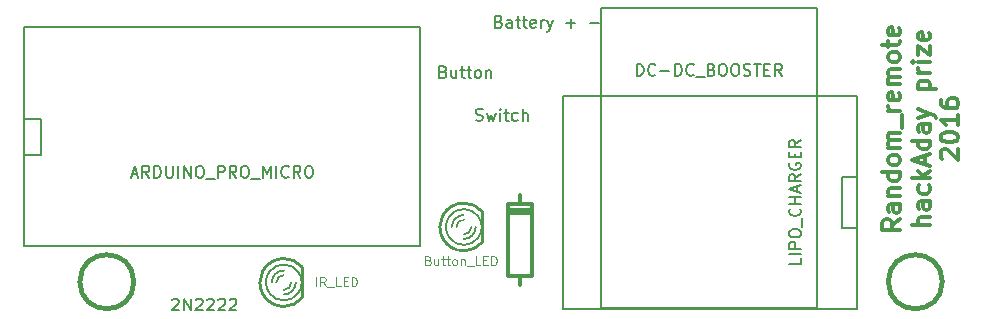
<source format=gto>
G04 (created by PCBNEW (22-Jun-2014 BZR 4027)-stable) date Mon 16 May 2016 20:18:32 BST*
%MOIN*%
G04 Gerber Fmt 3.4, Leading zero omitted, Abs format*
%FSLAX34Y34*%
G01*
G70*
G90*
G04 APERTURE LIST*
%ADD10C,0.00590551*%
%ADD11C,0.011811*%
%ADD12C,0.01*%
%ADD13C,0.006*%
%ADD14C,0.012*%
%ADD15C,0.015*%
%ADD16C,0.0035*%
G04 APERTURE END LIST*
G54D10*
G54D11*
X95039Y-74180D02*
X94448Y-74180D01*
X95039Y-73927D02*
X94729Y-73927D01*
X94673Y-73955D01*
X94645Y-74012D01*
X94645Y-74096D01*
X94673Y-74152D01*
X94701Y-74180D01*
X95039Y-73393D02*
X94729Y-73393D01*
X94673Y-73421D01*
X94645Y-73477D01*
X94645Y-73590D01*
X94673Y-73646D01*
X95010Y-73393D02*
X95039Y-73449D01*
X95039Y-73590D01*
X95010Y-73646D01*
X94954Y-73674D01*
X94898Y-73674D01*
X94842Y-73646D01*
X94814Y-73590D01*
X94814Y-73449D01*
X94785Y-73393D01*
X95010Y-72859D02*
X95039Y-72915D01*
X95039Y-73027D01*
X95010Y-73084D01*
X94982Y-73112D01*
X94926Y-73140D01*
X94757Y-73140D01*
X94701Y-73112D01*
X94673Y-73084D01*
X94645Y-73027D01*
X94645Y-72915D01*
X94673Y-72859D01*
X95039Y-72606D02*
X94448Y-72606D01*
X94814Y-72549D02*
X95039Y-72381D01*
X94645Y-72381D02*
X94870Y-72606D01*
X94870Y-72156D02*
X94870Y-71874D01*
X95039Y-72212D02*
X94448Y-72015D01*
X95039Y-71818D01*
X95039Y-71368D02*
X94448Y-71368D01*
X95010Y-71368D02*
X95039Y-71424D01*
X95039Y-71537D01*
X95010Y-71593D01*
X94982Y-71621D01*
X94926Y-71649D01*
X94757Y-71649D01*
X94701Y-71621D01*
X94673Y-71593D01*
X94645Y-71537D01*
X94645Y-71424D01*
X94673Y-71368D01*
X95039Y-70834D02*
X94729Y-70834D01*
X94673Y-70862D01*
X94645Y-70918D01*
X94645Y-71031D01*
X94673Y-71087D01*
X95010Y-70834D02*
X95039Y-70890D01*
X95039Y-71031D01*
X95010Y-71087D01*
X94954Y-71115D01*
X94898Y-71115D01*
X94842Y-71087D01*
X94814Y-71031D01*
X94814Y-70890D01*
X94785Y-70834D01*
X94645Y-70609D02*
X95039Y-70468D01*
X94645Y-70328D02*
X95039Y-70468D01*
X95179Y-70525D01*
X95207Y-70553D01*
X95235Y-70609D01*
X94645Y-69653D02*
X95235Y-69653D01*
X94673Y-69653D02*
X94645Y-69597D01*
X94645Y-69484D01*
X94673Y-69428D01*
X94701Y-69400D01*
X94757Y-69372D01*
X94926Y-69372D01*
X94982Y-69400D01*
X95010Y-69428D01*
X95039Y-69484D01*
X95039Y-69597D01*
X95010Y-69653D01*
X95039Y-69118D02*
X94645Y-69118D01*
X94757Y-69118D02*
X94701Y-69090D01*
X94673Y-69062D01*
X94645Y-69006D01*
X94645Y-68950D01*
X95039Y-68753D02*
X94645Y-68753D01*
X94448Y-68753D02*
X94476Y-68781D01*
X94504Y-68753D01*
X94476Y-68725D01*
X94448Y-68753D01*
X94504Y-68753D01*
X94645Y-68528D02*
X94645Y-68219D01*
X95039Y-68528D01*
X95039Y-68219D01*
X95010Y-67769D02*
X95039Y-67825D01*
X95039Y-67937D01*
X95010Y-67994D01*
X94954Y-68022D01*
X94729Y-68022D01*
X94673Y-67994D01*
X94645Y-67937D01*
X94645Y-67825D01*
X94673Y-67769D01*
X94729Y-67741D01*
X94785Y-67741D01*
X94842Y-68022D01*
X95449Y-71987D02*
X95421Y-71959D01*
X95393Y-71903D01*
X95393Y-71762D01*
X95421Y-71706D01*
X95449Y-71678D01*
X95505Y-71649D01*
X95562Y-71649D01*
X95646Y-71678D01*
X95983Y-72015D01*
X95983Y-71649D01*
X95393Y-71284D02*
X95393Y-71228D01*
X95421Y-71171D01*
X95449Y-71143D01*
X95505Y-71115D01*
X95618Y-71087D01*
X95758Y-71087D01*
X95871Y-71115D01*
X95927Y-71143D01*
X95955Y-71171D01*
X95983Y-71228D01*
X95983Y-71284D01*
X95955Y-71340D01*
X95927Y-71368D01*
X95871Y-71396D01*
X95758Y-71424D01*
X95618Y-71424D01*
X95505Y-71396D01*
X95449Y-71368D01*
X95421Y-71340D01*
X95393Y-71284D01*
X95983Y-70525D02*
X95983Y-70862D01*
X95983Y-70693D02*
X95393Y-70693D01*
X95477Y-70750D01*
X95533Y-70806D01*
X95562Y-70862D01*
X95393Y-70018D02*
X95393Y-70131D01*
X95421Y-70187D01*
X95449Y-70215D01*
X95533Y-70271D01*
X95646Y-70300D01*
X95871Y-70300D01*
X95927Y-70271D01*
X95955Y-70243D01*
X95983Y-70187D01*
X95983Y-70075D01*
X95955Y-70018D01*
X95927Y-69990D01*
X95871Y-69962D01*
X95730Y-69962D01*
X95674Y-69990D01*
X95646Y-70018D01*
X95618Y-70075D01*
X95618Y-70187D01*
X95646Y-70243D01*
X95674Y-70271D01*
X95730Y-70300D01*
X94039Y-73998D02*
X93757Y-74194D01*
X94039Y-74335D02*
X93448Y-74335D01*
X93448Y-74110D01*
X93476Y-74054D01*
X93504Y-74026D01*
X93560Y-73998D01*
X93645Y-73998D01*
X93701Y-74026D01*
X93729Y-74054D01*
X93757Y-74110D01*
X93757Y-74335D01*
X94039Y-73491D02*
X93729Y-73491D01*
X93673Y-73519D01*
X93645Y-73576D01*
X93645Y-73688D01*
X93673Y-73744D01*
X94010Y-73491D02*
X94039Y-73548D01*
X94039Y-73688D01*
X94010Y-73744D01*
X93954Y-73773D01*
X93898Y-73773D01*
X93842Y-73744D01*
X93814Y-73688D01*
X93814Y-73548D01*
X93785Y-73491D01*
X93645Y-73210D02*
X94039Y-73210D01*
X93701Y-73210D02*
X93673Y-73182D01*
X93645Y-73126D01*
X93645Y-73041D01*
X93673Y-72985D01*
X93729Y-72957D01*
X94039Y-72957D01*
X94039Y-72423D02*
X93448Y-72423D01*
X94010Y-72423D02*
X94039Y-72479D01*
X94039Y-72591D01*
X94010Y-72648D01*
X93982Y-72676D01*
X93926Y-72704D01*
X93757Y-72704D01*
X93701Y-72676D01*
X93673Y-72648D01*
X93645Y-72591D01*
X93645Y-72479D01*
X93673Y-72423D01*
X94039Y-72057D02*
X94010Y-72113D01*
X93982Y-72142D01*
X93926Y-72170D01*
X93757Y-72170D01*
X93701Y-72142D01*
X93673Y-72113D01*
X93645Y-72057D01*
X93645Y-71973D01*
X93673Y-71917D01*
X93701Y-71888D01*
X93757Y-71860D01*
X93926Y-71860D01*
X93982Y-71888D01*
X94010Y-71917D01*
X94039Y-71973D01*
X94039Y-72057D01*
X94039Y-71607D02*
X93645Y-71607D01*
X93701Y-71607D02*
X93673Y-71579D01*
X93645Y-71523D01*
X93645Y-71439D01*
X93673Y-71382D01*
X93729Y-71354D01*
X94039Y-71354D01*
X93729Y-71354D02*
X93673Y-71326D01*
X93645Y-71270D01*
X93645Y-71185D01*
X93673Y-71129D01*
X93729Y-71101D01*
X94039Y-71101D01*
X94095Y-70960D02*
X94095Y-70510D01*
X94039Y-70370D02*
X93645Y-70370D01*
X93757Y-70370D02*
X93701Y-70342D01*
X93673Y-70314D01*
X93645Y-70257D01*
X93645Y-70201D01*
X94010Y-69779D02*
X94039Y-69836D01*
X94039Y-69948D01*
X94010Y-70004D01*
X93954Y-70032D01*
X93729Y-70032D01*
X93673Y-70004D01*
X93645Y-69948D01*
X93645Y-69836D01*
X93673Y-69779D01*
X93729Y-69751D01*
X93785Y-69751D01*
X93842Y-70032D01*
X94039Y-69498D02*
X93645Y-69498D01*
X93701Y-69498D02*
X93673Y-69470D01*
X93645Y-69414D01*
X93645Y-69329D01*
X93673Y-69273D01*
X93729Y-69245D01*
X94039Y-69245D01*
X93729Y-69245D02*
X93673Y-69217D01*
X93645Y-69161D01*
X93645Y-69076D01*
X93673Y-69020D01*
X93729Y-68992D01*
X94039Y-68992D01*
X94039Y-68626D02*
X94010Y-68683D01*
X93982Y-68711D01*
X93926Y-68739D01*
X93757Y-68739D01*
X93701Y-68711D01*
X93673Y-68683D01*
X93645Y-68626D01*
X93645Y-68542D01*
X93673Y-68486D01*
X93701Y-68458D01*
X93757Y-68430D01*
X93926Y-68430D01*
X93982Y-68458D01*
X94010Y-68486D01*
X94039Y-68542D01*
X94039Y-68626D01*
X93645Y-68261D02*
X93645Y-68036D01*
X93448Y-68176D02*
X93954Y-68176D01*
X94010Y-68148D01*
X94039Y-68092D01*
X94039Y-68036D01*
X94010Y-67614D02*
X94039Y-67670D01*
X94039Y-67783D01*
X94010Y-67839D01*
X93954Y-67867D01*
X93729Y-67867D01*
X93673Y-67839D01*
X93645Y-67783D01*
X93645Y-67670D01*
X93673Y-67614D01*
X93729Y-67586D01*
X93785Y-67586D01*
X93842Y-67867D01*
G54D12*
X80120Y-74750D02*
X80120Y-73750D01*
G54D13*
X79039Y-73865D02*
G75*
G03X78900Y-74250I460J-384D01*
G74*
G01*
X78900Y-74250D02*
G75*
G03X79051Y-74647I599J0D01*
G74*
G01*
X80099Y-74250D02*
G75*
G03X79955Y-73860I-599J0D01*
G74*
G01*
X79960Y-74634D02*
G75*
G03X80100Y-74250I-460J384D01*
G74*
G01*
X79987Y-73900D02*
G75*
G03X79500Y-73650I-487J-349D01*
G74*
G01*
X79500Y-73650D02*
G75*
G03X79020Y-73889I0J-600D01*
G74*
G01*
X79500Y-74849D02*
G75*
G03X79972Y-74618I0J599D01*
G74*
G01*
X79026Y-74618D02*
G75*
G03X79500Y-74850I473J368D01*
G74*
G01*
X79500Y-74000D02*
G75*
G03X79250Y-74250I0J-250D01*
G74*
G01*
X79500Y-73850D02*
G75*
G03X79100Y-74250I0J-400D01*
G74*
G01*
X79500Y-74500D02*
G75*
G03X79750Y-74250I0J250D01*
G74*
G01*
X79500Y-74650D02*
G75*
G03X79900Y-74250I0J400D01*
G74*
G01*
G54D12*
X80113Y-73736D02*
G75*
G03X79500Y-73450I-613J-513D01*
G74*
G01*
X79500Y-73451D02*
G75*
G03X78795Y-73873I0J-799D01*
G74*
G01*
X79501Y-75048D02*
G75*
G03X80110Y-74765I-1J798D01*
G74*
G01*
X78805Y-74647D02*
G75*
G03X79500Y-75050I694J397D01*
G74*
G01*
X78795Y-73870D02*
G75*
G03X78700Y-74250I704J-379D01*
G74*
G01*
X78700Y-74250D02*
G75*
G03X78818Y-74668I799J0D01*
G74*
G01*
X74120Y-76600D02*
X74120Y-75600D01*
G54D13*
X73039Y-75715D02*
G75*
G03X72900Y-76100I460J-384D01*
G74*
G01*
X72900Y-76100D02*
G75*
G03X73051Y-76497I599J0D01*
G74*
G01*
X74099Y-76100D02*
G75*
G03X73955Y-75710I-599J0D01*
G74*
G01*
X73960Y-76484D02*
G75*
G03X74100Y-76100I-460J384D01*
G74*
G01*
X73987Y-75750D02*
G75*
G03X73500Y-75500I-487J-349D01*
G74*
G01*
X73500Y-75500D02*
G75*
G03X73020Y-75739I0J-600D01*
G74*
G01*
X73500Y-76699D02*
G75*
G03X73972Y-76468I0J599D01*
G74*
G01*
X73026Y-76468D02*
G75*
G03X73500Y-76700I473J368D01*
G74*
G01*
X73500Y-75850D02*
G75*
G03X73250Y-76100I0J-250D01*
G74*
G01*
X73500Y-75700D02*
G75*
G03X73100Y-76100I0J-400D01*
G74*
G01*
X73500Y-76350D02*
G75*
G03X73750Y-76100I0J250D01*
G74*
G01*
X73500Y-76500D02*
G75*
G03X73900Y-76100I0J400D01*
G74*
G01*
G54D12*
X74113Y-75586D02*
G75*
G03X73500Y-75300I-613J-513D01*
G74*
G01*
X73500Y-75301D02*
G75*
G03X72795Y-75723I0J-799D01*
G74*
G01*
X73501Y-76898D02*
G75*
G03X74110Y-76615I-1J798D01*
G74*
G01*
X72805Y-76497D02*
G75*
G03X73500Y-76900I694J397D01*
G74*
G01*
X72795Y-75720D02*
G75*
G03X72700Y-76100I704J-379D01*
G74*
G01*
X72700Y-76100D02*
G75*
G03X72818Y-76518I799J0D01*
G74*
G01*
G54D10*
X84075Y-66950D02*
X91275Y-66950D01*
X91275Y-66950D02*
X91275Y-76950D01*
X91275Y-76950D02*
X84075Y-76950D01*
X84075Y-76950D02*
X84075Y-66950D01*
X64850Y-71850D02*
X65400Y-71850D01*
X65400Y-71850D02*
X65400Y-70650D01*
X65400Y-70650D02*
X64850Y-70650D01*
X64850Y-67650D02*
X64850Y-67600D01*
X64850Y-67600D02*
X78050Y-67600D01*
X78050Y-67600D02*
X78050Y-74900D01*
X78050Y-74900D02*
X64850Y-74900D01*
X64850Y-74900D02*
X64850Y-67650D01*
G54D14*
X81375Y-73200D02*
X81375Y-73500D01*
X81375Y-73500D02*
X80975Y-73500D01*
X80975Y-73500D02*
X80975Y-75900D01*
X80975Y-75900D02*
X81375Y-75900D01*
X81375Y-75900D02*
X81375Y-76200D01*
X81375Y-75900D02*
X81775Y-75900D01*
X81775Y-75900D02*
X81775Y-73500D01*
X81775Y-73500D02*
X81375Y-73500D01*
X80975Y-73700D02*
X81775Y-73700D01*
X81775Y-73800D02*
X80975Y-73800D01*
G54D10*
X92600Y-72575D02*
X92100Y-72575D01*
X92100Y-72575D02*
X92100Y-74275D01*
X92100Y-74275D02*
X92600Y-74275D01*
X92600Y-69875D02*
X92600Y-76975D01*
X92600Y-76975D02*
X82800Y-76975D01*
X82800Y-76975D02*
X82800Y-69875D01*
X82800Y-69875D02*
X92600Y-69875D01*
G54D15*
X68500Y-76075D02*
G75*
G03X68500Y-76075I-900J0D01*
G74*
G01*
X95450Y-76075D02*
G75*
G03X95450Y-76075I-900J0D01*
G74*
G01*
G54D16*
X78321Y-75364D02*
X78364Y-75378D01*
X78378Y-75392D01*
X78392Y-75421D01*
X78392Y-75464D01*
X78378Y-75492D01*
X78364Y-75507D01*
X78335Y-75521D01*
X78221Y-75521D01*
X78221Y-75221D01*
X78321Y-75221D01*
X78349Y-75235D01*
X78364Y-75250D01*
X78378Y-75278D01*
X78378Y-75307D01*
X78364Y-75335D01*
X78349Y-75350D01*
X78321Y-75364D01*
X78221Y-75364D01*
X78649Y-75321D02*
X78649Y-75521D01*
X78521Y-75321D02*
X78521Y-75478D01*
X78535Y-75507D01*
X78564Y-75521D01*
X78607Y-75521D01*
X78635Y-75507D01*
X78649Y-75492D01*
X78749Y-75321D02*
X78864Y-75321D01*
X78792Y-75221D02*
X78792Y-75478D01*
X78807Y-75507D01*
X78835Y-75521D01*
X78864Y-75521D01*
X78921Y-75321D02*
X79035Y-75321D01*
X78964Y-75221D02*
X78964Y-75478D01*
X78978Y-75507D01*
X79007Y-75521D01*
X79035Y-75521D01*
X79178Y-75521D02*
X79150Y-75507D01*
X79135Y-75492D01*
X79121Y-75464D01*
X79121Y-75378D01*
X79135Y-75350D01*
X79150Y-75335D01*
X79178Y-75321D01*
X79221Y-75321D01*
X79250Y-75335D01*
X79264Y-75350D01*
X79278Y-75378D01*
X79278Y-75464D01*
X79264Y-75492D01*
X79250Y-75507D01*
X79221Y-75521D01*
X79178Y-75521D01*
X79407Y-75321D02*
X79407Y-75521D01*
X79407Y-75350D02*
X79421Y-75335D01*
X79450Y-75321D01*
X79492Y-75321D01*
X79521Y-75335D01*
X79535Y-75364D01*
X79535Y-75521D01*
X79607Y-75550D02*
X79835Y-75550D01*
X80050Y-75521D02*
X79907Y-75521D01*
X79907Y-75221D01*
X80150Y-75364D02*
X80250Y-75364D01*
X80292Y-75521D02*
X80150Y-75521D01*
X80150Y-75221D01*
X80292Y-75221D01*
X80421Y-75521D02*
X80421Y-75221D01*
X80492Y-75221D01*
X80535Y-75235D01*
X80564Y-75264D01*
X80578Y-75292D01*
X80592Y-75350D01*
X80592Y-75392D01*
X80578Y-75450D01*
X80564Y-75478D01*
X80535Y-75507D01*
X80492Y-75521D01*
X80421Y-75521D01*
X74578Y-76221D02*
X74578Y-75921D01*
X74892Y-76221D02*
X74792Y-76078D01*
X74721Y-76221D02*
X74721Y-75921D01*
X74835Y-75921D01*
X74864Y-75935D01*
X74878Y-75950D01*
X74892Y-75978D01*
X74892Y-76021D01*
X74878Y-76050D01*
X74864Y-76064D01*
X74835Y-76078D01*
X74721Y-76078D01*
X74950Y-76250D02*
X75178Y-76250D01*
X75392Y-76221D02*
X75250Y-76221D01*
X75250Y-75921D01*
X75492Y-76064D02*
X75592Y-76064D01*
X75635Y-76221D02*
X75492Y-76221D01*
X75492Y-75921D01*
X75635Y-75921D01*
X75764Y-76221D02*
X75764Y-75921D01*
X75835Y-75921D01*
X75878Y-75935D01*
X75907Y-75964D01*
X75921Y-75992D01*
X75935Y-76050D01*
X75935Y-76092D01*
X75921Y-76150D01*
X75907Y-76178D01*
X75878Y-76207D01*
X75835Y-76221D01*
X75764Y-76221D01*
G54D10*
X85265Y-69209D02*
X85265Y-68815D01*
X85359Y-68815D01*
X85415Y-68834D01*
X85453Y-68871D01*
X85472Y-68909D01*
X85490Y-68984D01*
X85490Y-69040D01*
X85472Y-69115D01*
X85453Y-69153D01*
X85415Y-69190D01*
X85359Y-69209D01*
X85265Y-69209D01*
X85884Y-69171D02*
X85865Y-69190D01*
X85809Y-69209D01*
X85772Y-69209D01*
X85715Y-69190D01*
X85678Y-69153D01*
X85659Y-69115D01*
X85640Y-69040D01*
X85640Y-68984D01*
X85659Y-68909D01*
X85678Y-68871D01*
X85715Y-68834D01*
X85772Y-68815D01*
X85809Y-68815D01*
X85865Y-68834D01*
X85884Y-68853D01*
X86053Y-69059D02*
X86353Y-69059D01*
X86540Y-69209D02*
X86540Y-68815D01*
X86634Y-68815D01*
X86690Y-68834D01*
X86728Y-68871D01*
X86746Y-68909D01*
X86765Y-68984D01*
X86765Y-69040D01*
X86746Y-69115D01*
X86728Y-69153D01*
X86690Y-69190D01*
X86634Y-69209D01*
X86540Y-69209D01*
X87159Y-69171D02*
X87140Y-69190D01*
X87084Y-69209D01*
X87046Y-69209D01*
X86990Y-69190D01*
X86953Y-69153D01*
X86934Y-69115D01*
X86915Y-69040D01*
X86915Y-68984D01*
X86934Y-68909D01*
X86953Y-68871D01*
X86990Y-68834D01*
X87046Y-68815D01*
X87084Y-68815D01*
X87140Y-68834D01*
X87159Y-68853D01*
X87234Y-69246D02*
X87534Y-69246D01*
X87759Y-69003D02*
X87815Y-69021D01*
X87834Y-69040D01*
X87853Y-69078D01*
X87853Y-69134D01*
X87834Y-69171D01*
X87815Y-69190D01*
X87778Y-69209D01*
X87628Y-69209D01*
X87628Y-68815D01*
X87759Y-68815D01*
X87796Y-68834D01*
X87815Y-68853D01*
X87834Y-68890D01*
X87834Y-68928D01*
X87815Y-68965D01*
X87796Y-68984D01*
X87759Y-69003D01*
X87628Y-69003D01*
X88096Y-68815D02*
X88171Y-68815D01*
X88209Y-68834D01*
X88246Y-68871D01*
X88265Y-68946D01*
X88265Y-69078D01*
X88246Y-69153D01*
X88209Y-69190D01*
X88171Y-69209D01*
X88096Y-69209D01*
X88059Y-69190D01*
X88021Y-69153D01*
X88003Y-69078D01*
X88003Y-68946D01*
X88021Y-68871D01*
X88059Y-68834D01*
X88096Y-68815D01*
X88509Y-68815D02*
X88584Y-68815D01*
X88621Y-68834D01*
X88659Y-68871D01*
X88677Y-68946D01*
X88677Y-69078D01*
X88659Y-69153D01*
X88621Y-69190D01*
X88584Y-69209D01*
X88509Y-69209D01*
X88471Y-69190D01*
X88434Y-69153D01*
X88415Y-69078D01*
X88415Y-68946D01*
X88434Y-68871D01*
X88471Y-68834D01*
X88509Y-68815D01*
X88827Y-69190D02*
X88884Y-69209D01*
X88977Y-69209D01*
X89015Y-69190D01*
X89034Y-69171D01*
X89052Y-69134D01*
X89052Y-69096D01*
X89034Y-69059D01*
X89015Y-69040D01*
X88977Y-69021D01*
X88902Y-69003D01*
X88865Y-68984D01*
X88846Y-68965D01*
X88827Y-68928D01*
X88827Y-68890D01*
X88846Y-68853D01*
X88865Y-68834D01*
X88902Y-68815D01*
X88996Y-68815D01*
X89052Y-68834D01*
X89165Y-68815D02*
X89390Y-68815D01*
X89277Y-69209D02*
X89277Y-68815D01*
X89521Y-69003D02*
X89652Y-69003D01*
X89709Y-69209D02*
X89521Y-69209D01*
X89521Y-68815D01*
X89709Y-68815D01*
X90102Y-69209D02*
X89971Y-69021D01*
X89877Y-69209D02*
X89877Y-68815D01*
X90027Y-68815D01*
X90065Y-68834D01*
X90084Y-68853D01*
X90102Y-68890D01*
X90102Y-68946D01*
X90084Y-68984D01*
X90065Y-69003D01*
X90027Y-69021D01*
X89877Y-69021D01*
X68431Y-72496D02*
X68619Y-72496D01*
X68394Y-72609D02*
X68525Y-72215D01*
X68656Y-72609D01*
X69012Y-72609D02*
X68881Y-72421D01*
X68787Y-72609D02*
X68787Y-72215D01*
X68937Y-72215D01*
X68975Y-72234D01*
X68994Y-72253D01*
X69012Y-72290D01*
X69012Y-72346D01*
X68994Y-72384D01*
X68975Y-72403D01*
X68937Y-72421D01*
X68787Y-72421D01*
X69181Y-72609D02*
X69181Y-72215D01*
X69275Y-72215D01*
X69331Y-72234D01*
X69369Y-72271D01*
X69387Y-72309D01*
X69406Y-72384D01*
X69406Y-72440D01*
X69387Y-72515D01*
X69369Y-72553D01*
X69331Y-72590D01*
X69275Y-72609D01*
X69181Y-72609D01*
X69575Y-72215D02*
X69575Y-72534D01*
X69593Y-72571D01*
X69612Y-72590D01*
X69650Y-72609D01*
X69725Y-72609D01*
X69762Y-72590D01*
X69781Y-72571D01*
X69800Y-72534D01*
X69800Y-72215D01*
X69987Y-72609D02*
X69987Y-72215D01*
X70175Y-72609D02*
X70175Y-72215D01*
X70400Y-72609D01*
X70400Y-72215D01*
X70662Y-72215D02*
X70737Y-72215D01*
X70775Y-72234D01*
X70812Y-72271D01*
X70831Y-72346D01*
X70831Y-72478D01*
X70812Y-72553D01*
X70775Y-72590D01*
X70737Y-72609D01*
X70662Y-72609D01*
X70625Y-72590D01*
X70587Y-72553D01*
X70568Y-72478D01*
X70568Y-72346D01*
X70587Y-72271D01*
X70625Y-72234D01*
X70662Y-72215D01*
X70906Y-72646D02*
X71206Y-72646D01*
X71300Y-72609D02*
X71300Y-72215D01*
X71450Y-72215D01*
X71487Y-72234D01*
X71506Y-72253D01*
X71524Y-72290D01*
X71524Y-72346D01*
X71506Y-72384D01*
X71487Y-72403D01*
X71450Y-72421D01*
X71300Y-72421D01*
X71918Y-72609D02*
X71787Y-72421D01*
X71693Y-72609D02*
X71693Y-72215D01*
X71843Y-72215D01*
X71881Y-72234D01*
X71899Y-72253D01*
X71918Y-72290D01*
X71918Y-72346D01*
X71899Y-72384D01*
X71881Y-72403D01*
X71843Y-72421D01*
X71693Y-72421D01*
X72162Y-72215D02*
X72237Y-72215D01*
X72274Y-72234D01*
X72312Y-72271D01*
X72331Y-72346D01*
X72331Y-72478D01*
X72312Y-72553D01*
X72274Y-72590D01*
X72237Y-72609D01*
X72162Y-72609D01*
X72124Y-72590D01*
X72087Y-72553D01*
X72068Y-72478D01*
X72068Y-72346D01*
X72087Y-72271D01*
X72124Y-72234D01*
X72162Y-72215D01*
X72406Y-72646D02*
X72706Y-72646D01*
X72799Y-72609D02*
X72799Y-72215D01*
X72931Y-72496D01*
X73062Y-72215D01*
X73062Y-72609D01*
X73249Y-72609D02*
X73249Y-72215D01*
X73662Y-72571D02*
X73643Y-72590D01*
X73587Y-72609D01*
X73549Y-72609D01*
X73493Y-72590D01*
X73455Y-72553D01*
X73437Y-72515D01*
X73418Y-72440D01*
X73418Y-72384D01*
X73437Y-72309D01*
X73455Y-72271D01*
X73493Y-72234D01*
X73549Y-72215D01*
X73587Y-72215D01*
X73643Y-72234D01*
X73662Y-72253D01*
X74055Y-72609D02*
X73924Y-72421D01*
X73830Y-72609D02*
X73830Y-72215D01*
X73980Y-72215D01*
X74018Y-72234D01*
X74037Y-72253D01*
X74055Y-72290D01*
X74055Y-72346D01*
X74037Y-72384D01*
X74018Y-72403D01*
X73980Y-72421D01*
X73830Y-72421D01*
X74299Y-72215D02*
X74374Y-72215D01*
X74412Y-72234D01*
X74449Y-72271D01*
X74468Y-72346D01*
X74468Y-72478D01*
X74449Y-72553D01*
X74412Y-72590D01*
X74374Y-72609D01*
X74299Y-72609D01*
X74262Y-72590D01*
X74224Y-72553D01*
X74205Y-72478D01*
X74205Y-72346D01*
X74224Y-72271D01*
X74262Y-72234D01*
X74299Y-72215D01*
X78818Y-69078D02*
X78875Y-69096D01*
X78893Y-69115D01*
X78912Y-69153D01*
X78912Y-69209D01*
X78893Y-69246D01*
X78875Y-69265D01*
X78837Y-69284D01*
X78687Y-69284D01*
X78687Y-68890D01*
X78818Y-68890D01*
X78856Y-68909D01*
X78875Y-68928D01*
X78893Y-68965D01*
X78893Y-69003D01*
X78875Y-69040D01*
X78856Y-69059D01*
X78818Y-69078D01*
X78687Y-69078D01*
X79250Y-69021D02*
X79250Y-69284D01*
X79081Y-69021D02*
X79081Y-69228D01*
X79100Y-69265D01*
X79137Y-69284D01*
X79193Y-69284D01*
X79231Y-69265D01*
X79250Y-69246D01*
X79381Y-69021D02*
X79531Y-69021D01*
X79437Y-68890D02*
X79437Y-69228D01*
X79456Y-69265D01*
X79493Y-69284D01*
X79531Y-69284D01*
X79606Y-69021D02*
X79756Y-69021D01*
X79662Y-68890D02*
X79662Y-69228D01*
X79681Y-69265D01*
X79718Y-69284D01*
X79756Y-69284D01*
X79943Y-69284D02*
X79906Y-69265D01*
X79887Y-69246D01*
X79868Y-69209D01*
X79868Y-69096D01*
X79887Y-69059D01*
X79906Y-69040D01*
X79943Y-69021D01*
X79999Y-69021D01*
X80037Y-69040D01*
X80056Y-69059D01*
X80074Y-69096D01*
X80074Y-69209D01*
X80056Y-69246D01*
X80037Y-69265D01*
X79999Y-69284D01*
X79943Y-69284D01*
X80243Y-69021D02*
X80243Y-69284D01*
X80243Y-69059D02*
X80262Y-69040D01*
X80299Y-69021D01*
X80356Y-69021D01*
X80393Y-69040D01*
X80412Y-69078D01*
X80412Y-69284D01*
X69781Y-76678D02*
X69800Y-76659D01*
X69837Y-76640D01*
X69931Y-76640D01*
X69968Y-76659D01*
X69987Y-76678D01*
X70006Y-76715D01*
X70006Y-76753D01*
X69987Y-76809D01*
X69762Y-77034D01*
X70006Y-77034D01*
X70175Y-77034D02*
X70175Y-76640D01*
X70400Y-77034D01*
X70400Y-76640D01*
X70568Y-76678D02*
X70587Y-76659D01*
X70625Y-76640D01*
X70718Y-76640D01*
X70756Y-76659D01*
X70775Y-76678D01*
X70793Y-76715D01*
X70793Y-76753D01*
X70775Y-76809D01*
X70550Y-77034D01*
X70793Y-77034D01*
X70943Y-76678D02*
X70962Y-76659D01*
X70999Y-76640D01*
X71093Y-76640D01*
X71131Y-76659D01*
X71149Y-76678D01*
X71168Y-76715D01*
X71168Y-76753D01*
X71149Y-76809D01*
X70924Y-77034D01*
X71168Y-77034D01*
X71318Y-76678D02*
X71337Y-76659D01*
X71374Y-76640D01*
X71468Y-76640D01*
X71506Y-76659D01*
X71524Y-76678D01*
X71543Y-76715D01*
X71543Y-76753D01*
X71524Y-76809D01*
X71299Y-77034D01*
X71543Y-77034D01*
X71693Y-76678D02*
X71712Y-76659D01*
X71749Y-76640D01*
X71843Y-76640D01*
X71881Y-76659D01*
X71899Y-76678D01*
X71918Y-76715D01*
X71918Y-76753D01*
X71899Y-76809D01*
X71674Y-77034D01*
X71918Y-77034D01*
X90734Y-75290D02*
X90734Y-75477D01*
X90340Y-75477D01*
X90734Y-75159D02*
X90340Y-75159D01*
X90734Y-74971D02*
X90340Y-74971D01*
X90340Y-74821D01*
X90359Y-74784D01*
X90378Y-74765D01*
X90415Y-74746D01*
X90471Y-74746D01*
X90509Y-74765D01*
X90528Y-74784D01*
X90546Y-74821D01*
X90546Y-74971D01*
X90340Y-74502D02*
X90340Y-74427D01*
X90359Y-74390D01*
X90396Y-74353D01*
X90471Y-74334D01*
X90603Y-74334D01*
X90678Y-74353D01*
X90715Y-74390D01*
X90734Y-74427D01*
X90734Y-74502D01*
X90715Y-74540D01*
X90678Y-74577D01*
X90603Y-74596D01*
X90471Y-74596D01*
X90396Y-74577D01*
X90359Y-74540D01*
X90340Y-74502D01*
X90771Y-74259D02*
X90771Y-73959D01*
X90696Y-73640D02*
X90715Y-73659D01*
X90734Y-73715D01*
X90734Y-73753D01*
X90715Y-73809D01*
X90678Y-73846D01*
X90640Y-73865D01*
X90565Y-73884D01*
X90509Y-73884D01*
X90434Y-73865D01*
X90396Y-73846D01*
X90359Y-73809D01*
X90340Y-73753D01*
X90340Y-73715D01*
X90359Y-73659D01*
X90378Y-73640D01*
X90734Y-73471D02*
X90340Y-73471D01*
X90528Y-73471D02*
X90528Y-73246D01*
X90734Y-73246D02*
X90340Y-73246D01*
X90621Y-73078D02*
X90621Y-72890D01*
X90734Y-73115D02*
X90340Y-72984D01*
X90734Y-72853D01*
X90734Y-72496D02*
X90546Y-72628D01*
X90734Y-72721D02*
X90340Y-72721D01*
X90340Y-72571D01*
X90359Y-72534D01*
X90378Y-72515D01*
X90415Y-72496D01*
X90471Y-72496D01*
X90509Y-72515D01*
X90528Y-72534D01*
X90546Y-72571D01*
X90546Y-72721D01*
X90359Y-72122D02*
X90340Y-72159D01*
X90340Y-72215D01*
X90359Y-72272D01*
X90396Y-72309D01*
X90434Y-72328D01*
X90509Y-72347D01*
X90565Y-72347D01*
X90640Y-72328D01*
X90678Y-72309D01*
X90715Y-72272D01*
X90734Y-72215D01*
X90734Y-72178D01*
X90715Y-72122D01*
X90696Y-72103D01*
X90565Y-72103D01*
X90565Y-72178D01*
X90528Y-71934D02*
X90528Y-71803D01*
X90734Y-71747D02*
X90734Y-71934D01*
X90340Y-71934D01*
X90340Y-71747D01*
X90734Y-71353D02*
X90546Y-71484D01*
X90734Y-71578D02*
X90340Y-71578D01*
X90340Y-71428D01*
X90359Y-71390D01*
X90378Y-71372D01*
X90415Y-71353D01*
X90471Y-71353D01*
X90509Y-71372D01*
X90528Y-71390D01*
X90546Y-71428D01*
X90546Y-71578D01*
X80672Y-67403D02*
X80728Y-67421D01*
X80747Y-67440D01*
X80765Y-67478D01*
X80765Y-67534D01*
X80747Y-67571D01*
X80728Y-67590D01*
X80690Y-67609D01*
X80540Y-67609D01*
X80540Y-67215D01*
X80672Y-67215D01*
X80709Y-67234D01*
X80728Y-67253D01*
X80747Y-67290D01*
X80747Y-67328D01*
X80728Y-67365D01*
X80709Y-67384D01*
X80672Y-67403D01*
X80540Y-67403D01*
X81103Y-67609D02*
X81103Y-67403D01*
X81084Y-67365D01*
X81047Y-67346D01*
X80972Y-67346D01*
X80934Y-67365D01*
X81103Y-67590D02*
X81065Y-67609D01*
X80972Y-67609D01*
X80934Y-67590D01*
X80915Y-67553D01*
X80915Y-67515D01*
X80934Y-67478D01*
X80972Y-67459D01*
X81065Y-67459D01*
X81103Y-67440D01*
X81234Y-67346D02*
X81384Y-67346D01*
X81290Y-67215D02*
X81290Y-67553D01*
X81309Y-67590D01*
X81346Y-67609D01*
X81384Y-67609D01*
X81459Y-67346D02*
X81609Y-67346D01*
X81515Y-67215D02*
X81515Y-67553D01*
X81534Y-67590D01*
X81571Y-67609D01*
X81609Y-67609D01*
X81890Y-67590D02*
X81853Y-67609D01*
X81778Y-67609D01*
X81740Y-67590D01*
X81721Y-67553D01*
X81721Y-67403D01*
X81740Y-67365D01*
X81778Y-67346D01*
X81853Y-67346D01*
X81890Y-67365D01*
X81909Y-67403D01*
X81909Y-67440D01*
X81721Y-67478D01*
X82078Y-67609D02*
X82078Y-67346D01*
X82078Y-67421D02*
X82096Y-67384D01*
X82115Y-67365D01*
X82153Y-67346D01*
X82190Y-67346D01*
X82284Y-67346D02*
X82378Y-67609D01*
X82471Y-67346D02*
X82378Y-67609D01*
X82340Y-67703D01*
X82321Y-67721D01*
X82284Y-67740D01*
X82921Y-67459D02*
X83221Y-67459D01*
X83071Y-67609D02*
X83071Y-67309D01*
X83709Y-67459D02*
X84009Y-67459D01*
X79903Y-70690D02*
X79959Y-70709D01*
X80053Y-70709D01*
X80090Y-70690D01*
X80109Y-70671D01*
X80128Y-70634D01*
X80128Y-70596D01*
X80109Y-70559D01*
X80090Y-70540D01*
X80053Y-70521D01*
X79978Y-70503D01*
X79940Y-70484D01*
X79921Y-70465D01*
X79903Y-70428D01*
X79903Y-70390D01*
X79921Y-70353D01*
X79940Y-70334D01*
X79978Y-70315D01*
X80071Y-70315D01*
X80128Y-70334D01*
X80259Y-70446D02*
X80334Y-70709D01*
X80409Y-70521D01*
X80484Y-70709D01*
X80559Y-70446D01*
X80709Y-70709D02*
X80709Y-70446D01*
X80709Y-70315D02*
X80690Y-70334D01*
X80709Y-70353D01*
X80728Y-70334D01*
X80709Y-70315D01*
X80709Y-70353D01*
X80840Y-70446D02*
X80990Y-70446D01*
X80896Y-70315D02*
X80896Y-70653D01*
X80915Y-70690D01*
X80953Y-70709D01*
X80990Y-70709D01*
X81290Y-70690D02*
X81253Y-70709D01*
X81178Y-70709D01*
X81140Y-70690D01*
X81121Y-70671D01*
X81103Y-70634D01*
X81103Y-70521D01*
X81121Y-70484D01*
X81140Y-70465D01*
X81178Y-70446D01*
X81253Y-70446D01*
X81290Y-70465D01*
X81459Y-70709D02*
X81459Y-70315D01*
X81628Y-70709D02*
X81628Y-70503D01*
X81609Y-70465D01*
X81571Y-70446D01*
X81515Y-70446D01*
X81478Y-70465D01*
X81459Y-70484D01*
M02*

</source>
